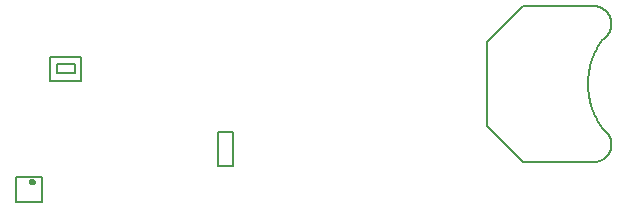
<source format=gbo>
G75*
%MOIN*%
%OFA0B0*%
%FSLAX25Y25*%
%IPPOS*%
%LPD*%
%AMOC8*
5,1,8,0,0,1.08239X$1,22.5*
%
%ADD10C,0.00500*%
%ADD11C,0.01200*%
D10*
X0197769Y0070368D02*
X0197769Y0078832D01*
X0206431Y0078832D01*
X0206431Y0070368D01*
X0197769Y0070368D01*
X0265050Y0082400D02*
X0270150Y0082400D01*
X0270150Y0093800D01*
X0265050Y0093800D01*
X0265050Y0082400D01*
X0219533Y0110765D02*
X0209336Y0110765D01*
X0209336Y0118954D01*
X0219533Y0118954D01*
X0219533Y0110765D01*
X0217427Y0113364D02*
X0211443Y0113364D01*
X0211443Y0116356D01*
X0217427Y0116356D01*
X0217427Y0113364D01*
X0354850Y0123859D02*
X0354850Y0095759D01*
X0366800Y0083809D01*
X0390400Y0083809D01*
X0390554Y0083811D01*
X0390707Y0083817D01*
X0390860Y0083827D01*
X0391013Y0083841D01*
X0391166Y0083858D01*
X0391318Y0083880D01*
X0391470Y0083906D01*
X0391620Y0083935D01*
X0391770Y0083969D01*
X0391919Y0084006D01*
X0392067Y0084047D01*
X0392214Y0084092D01*
X0392360Y0084140D01*
X0392504Y0084193D01*
X0392647Y0084249D01*
X0392789Y0084308D01*
X0392929Y0084372D01*
X0393067Y0084439D01*
X0393204Y0084509D01*
X0393338Y0084583D01*
X0393471Y0084660D01*
X0393602Y0084741D01*
X0393730Y0084825D01*
X0393857Y0084913D01*
X0393981Y0085003D01*
X0394102Y0085097D01*
X0394222Y0085194D01*
X0394338Y0085294D01*
X0394452Y0085397D01*
X0394564Y0085503D01*
X0394672Y0085611D01*
X0394778Y0085723D01*
X0394881Y0085837D01*
X0394981Y0085953D01*
X0395078Y0086073D01*
X0395171Y0086194D01*
X0395262Y0086318D01*
X0395349Y0086445D01*
X0395434Y0086573D01*
X0395514Y0086704D01*
X0395592Y0086837D01*
X0395666Y0086971D01*
X0395736Y0087108D01*
X0395803Y0087246D01*
X0395866Y0087386D01*
X0395926Y0087528D01*
X0395982Y0087671D01*
X0396034Y0087815D01*
X0396083Y0087961D01*
X0396128Y0088108D01*
X0396169Y0088256D01*
X0396206Y0088405D01*
X0396239Y0088555D01*
X0396269Y0088706D01*
X0396294Y0088857D01*
X0396316Y0089009D01*
X0396333Y0089162D01*
X0396347Y0089315D01*
X0396357Y0089468D01*
X0396363Y0089622D01*
X0396365Y0089775D01*
X0396363Y0089929D01*
X0396357Y0090082D01*
X0396347Y0090236D01*
X0396333Y0090389D01*
X0396315Y0090541D01*
X0396294Y0090693D01*
X0396268Y0090845D01*
X0396239Y0090995D01*
X0396205Y0091145D01*
X0396168Y0091294D01*
X0396127Y0091442D01*
X0396082Y0091589D01*
X0396033Y0091735D01*
X0395981Y0091880D01*
X0395925Y0092023D01*
X0395865Y0092164D01*
X0395802Y0092304D01*
X0395735Y0092442D01*
X0395664Y0092579D01*
X0395590Y0092713D01*
X0395513Y0092846D01*
X0395432Y0092977D01*
X0395348Y0093105D01*
X0395261Y0093232D01*
X0395170Y0093356D01*
X0395076Y0093477D01*
X0394979Y0093596D01*
X0394879Y0093713D01*
X0394776Y0093827D01*
X0394671Y0093939D01*
X0394562Y0094047D01*
X0394451Y0094153D01*
X0394336Y0094256D01*
X0394220Y0094356D01*
X0394100Y0094452D01*
X0393979Y0094546D01*
X0393855Y0094637D01*
X0393728Y0094724D01*
X0393600Y0094808D01*
X0393600Y0094809D02*
X0393253Y0095268D01*
X0392917Y0095736D01*
X0392593Y0096211D01*
X0392280Y0096694D01*
X0391979Y0097184D01*
X0391689Y0097682D01*
X0391412Y0098186D01*
X0391147Y0098697D01*
X0390895Y0099214D01*
X0390655Y0099738D01*
X0390427Y0100266D01*
X0390213Y0100800D01*
X0390011Y0101339D01*
X0389823Y0101883D01*
X0389647Y0102431D01*
X0389485Y0102984D01*
X0389336Y0103540D01*
X0389201Y0104099D01*
X0389079Y0104661D01*
X0388971Y0105227D01*
X0388876Y0105794D01*
X0388795Y0106364D01*
X0388728Y0106936D01*
X0388675Y0107509D01*
X0388635Y0108083D01*
X0388610Y0108658D01*
X0388598Y0109234D01*
X0388600Y0109809D01*
X0388598Y0110384D01*
X0388610Y0110960D01*
X0388635Y0111535D01*
X0388675Y0112109D01*
X0388728Y0112682D01*
X0388795Y0113254D01*
X0388876Y0113824D01*
X0388971Y0114391D01*
X0389079Y0114957D01*
X0389201Y0115519D01*
X0389336Y0116078D01*
X0389485Y0116634D01*
X0389647Y0117187D01*
X0389823Y0117735D01*
X0390011Y0118279D01*
X0390213Y0118818D01*
X0390427Y0119352D01*
X0390655Y0119880D01*
X0390895Y0120404D01*
X0391147Y0120921D01*
X0391412Y0121432D01*
X0391689Y0121936D01*
X0391979Y0122434D01*
X0392280Y0122924D01*
X0392593Y0123407D01*
X0392917Y0123882D01*
X0393253Y0124350D01*
X0393600Y0124809D01*
X0393728Y0124893D01*
X0393855Y0124980D01*
X0393979Y0125071D01*
X0394100Y0125165D01*
X0394220Y0125261D01*
X0394336Y0125361D01*
X0394451Y0125464D01*
X0394562Y0125570D01*
X0394671Y0125678D01*
X0394776Y0125790D01*
X0394879Y0125904D01*
X0394979Y0126021D01*
X0395076Y0126140D01*
X0395170Y0126261D01*
X0395261Y0126385D01*
X0395348Y0126512D01*
X0395432Y0126640D01*
X0395513Y0126771D01*
X0395590Y0126904D01*
X0395664Y0127038D01*
X0395735Y0127175D01*
X0395802Y0127313D01*
X0395865Y0127453D01*
X0395925Y0127594D01*
X0395981Y0127737D01*
X0396033Y0127882D01*
X0396082Y0128028D01*
X0396127Y0128175D01*
X0396168Y0128323D01*
X0396205Y0128472D01*
X0396239Y0128622D01*
X0396268Y0128772D01*
X0396294Y0128924D01*
X0396315Y0129076D01*
X0396333Y0129228D01*
X0396347Y0129381D01*
X0396357Y0129535D01*
X0396363Y0129688D01*
X0396365Y0129842D01*
X0396363Y0129995D01*
X0396357Y0130149D01*
X0396347Y0130302D01*
X0396333Y0130455D01*
X0396316Y0130608D01*
X0396294Y0130760D01*
X0396269Y0130911D01*
X0396239Y0131062D01*
X0396206Y0131212D01*
X0396169Y0131361D01*
X0396128Y0131509D01*
X0396083Y0131656D01*
X0396034Y0131802D01*
X0395982Y0131946D01*
X0395926Y0132089D01*
X0395866Y0132231D01*
X0395803Y0132371D01*
X0395736Y0132509D01*
X0395666Y0132646D01*
X0395592Y0132780D01*
X0395514Y0132913D01*
X0395434Y0133044D01*
X0395349Y0133172D01*
X0395262Y0133299D01*
X0395171Y0133423D01*
X0395078Y0133544D01*
X0394981Y0133664D01*
X0394881Y0133780D01*
X0394778Y0133894D01*
X0394672Y0134006D01*
X0394564Y0134114D01*
X0394452Y0134220D01*
X0394338Y0134323D01*
X0394222Y0134423D01*
X0394102Y0134520D01*
X0393981Y0134614D01*
X0393857Y0134704D01*
X0393730Y0134792D01*
X0393602Y0134876D01*
X0393471Y0134957D01*
X0393338Y0135034D01*
X0393204Y0135108D01*
X0393067Y0135178D01*
X0392929Y0135245D01*
X0392789Y0135309D01*
X0392647Y0135368D01*
X0392504Y0135424D01*
X0392360Y0135477D01*
X0392214Y0135525D01*
X0392067Y0135570D01*
X0391919Y0135611D01*
X0391770Y0135648D01*
X0391620Y0135682D01*
X0391470Y0135711D01*
X0391318Y0135737D01*
X0391166Y0135759D01*
X0391013Y0135776D01*
X0390860Y0135790D01*
X0390707Y0135800D01*
X0390554Y0135806D01*
X0390400Y0135808D01*
X0390400Y0135809D02*
X0366800Y0135809D01*
X0354850Y0123859D01*
D11*
X0202956Y0077100D02*
X0202958Y0077139D01*
X0202964Y0077178D01*
X0202974Y0077216D01*
X0202987Y0077253D01*
X0203004Y0077288D01*
X0203024Y0077322D01*
X0203048Y0077353D01*
X0203075Y0077382D01*
X0203104Y0077408D01*
X0203136Y0077431D01*
X0203170Y0077451D01*
X0203206Y0077467D01*
X0203243Y0077479D01*
X0203282Y0077488D01*
X0203321Y0077493D01*
X0203360Y0077494D01*
X0203399Y0077491D01*
X0203438Y0077484D01*
X0203475Y0077473D01*
X0203512Y0077459D01*
X0203547Y0077441D01*
X0203580Y0077420D01*
X0203611Y0077395D01*
X0203639Y0077368D01*
X0203664Y0077338D01*
X0203686Y0077305D01*
X0203705Y0077271D01*
X0203720Y0077235D01*
X0203732Y0077197D01*
X0203740Y0077159D01*
X0203744Y0077120D01*
X0203744Y0077080D01*
X0203740Y0077041D01*
X0203732Y0077003D01*
X0203720Y0076965D01*
X0203705Y0076929D01*
X0203686Y0076895D01*
X0203664Y0076862D01*
X0203639Y0076832D01*
X0203611Y0076805D01*
X0203580Y0076780D01*
X0203547Y0076759D01*
X0203512Y0076741D01*
X0203475Y0076727D01*
X0203438Y0076716D01*
X0203399Y0076709D01*
X0203360Y0076706D01*
X0203321Y0076707D01*
X0203282Y0076712D01*
X0203243Y0076721D01*
X0203206Y0076733D01*
X0203170Y0076749D01*
X0203136Y0076769D01*
X0203104Y0076792D01*
X0203075Y0076818D01*
X0203048Y0076847D01*
X0203024Y0076878D01*
X0203004Y0076912D01*
X0202987Y0076947D01*
X0202974Y0076984D01*
X0202964Y0077022D01*
X0202958Y0077061D01*
X0202956Y0077100D01*
M02*

</source>
